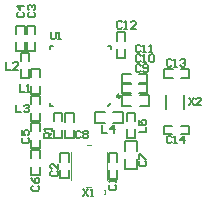
<source format=gto>
%FSLAX24Y24*%
%MOIN*%
G70*
G01*
G75*
G04 Layer_Color=65535*
%ADD10C,0.0080*%
%ADD11R,0.0300X0.0300*%
%ADD12R,0.0200X0.0250*%
%ADD13R,0.0300X0.0300*%
%ADD14R,0.0250X0.0200*%
%ADD15O,0.0118X0.0335*%
%ADD16O,0.0335X0.0118*%
%ADD17R,0.1457X0.1457*%
%ADD18R,0.0433X0.0472*%
%ADD19R,0.0709X0.0394*%
%ADD20C,0.0100*%
%ADD21C,0.0060*%
%ADD22C,0.0300*%
%ADD23C,0.0320*%
%ADD24C,0.0240*%
%ADD25C,0.0098*%
%ADD26C,0.0050*%
%ADD27C,0.0079*%
%ADD28C,0.0043*%
%ADD29C,0.0030*%
D25*
X4522Y3457D02*
G03*
X4522Y3457I-49J0D01*
G01*
D26*
X3703Y2936D02*
X4023Y2936D01*
X3703Y2556D02*
X4023Y2556D01*
X4303Y2556D02*
X4623Y2556D01*
X4303Y2936D02*
X4623Y2936D01*
X3703Y2556D02*
X3703Y2936D01*
X4623Y2556D02*
X4623Y2936D01*
X5023Y2636D02*
X5023Y2916D01*
X4743Y2636D02*
X4743Y2916D01*
X4743Y2076D02*
X4743Y2356D01*
X5023Y2076D02*
X5023Y2356D01*
X4743Y2916D02*
X5023Y2916D01*
X4743Y2076D02*
X5023Y2076D01*
X4693Y1036D02*
X4693Y1356D01*
X5073Y1036D02*
X5073Y1356D01*
X5073Y1636D02*
X5073Y1956D01*
X4693Y1636D02*
X4693Y1956D01*
X4693Y1036D02*
X5073Y1036D01*
X4693Y1956D02*
X5073Y1956D01*
X4591Y3576D02*
X4591Y3856D01*
X5431Y3576D02*
X5431Y3856D01*
X4591Y3576D02*
X4871Y3576D01*
X4591Y3856D02*
X4871Y3856D01*
X5151Y3856D02*
X5431Y3856D01*
X5151Y3576D02*
X5431Y3576D01*
X6821Y2196D02*
X6821Y2476D01*
X5981Y2196D02*
X5981Y2476D01*
X6541Y2476D02*
X6821Y2476D01*
X6541Y2196D02*
X6821Y2196D01*
X5981Y2196D02*
X6261Y2196D01*
X5981Y2476D02*
X6261Y2476D01*
X5991Y4076D02*
X5991Y4356D01*
X6831Y4076D02*
X6831Y4356D01*
X5991Y4076D02*
X6271Y4076D01*
X5991Y4356D02*
X6271Y4356D01*
X6551Y4356D02*
X6831Y4356D01*
X6551Y4076D02*
X6831Y4076D01*
X4415Y5586D02*
X4695Y5586D01*
X4415Y4746D02*
X4695Y4746D01*
X4415Y5306D02*
X4415Y5586D01*
X4695Y5306D02*
X4695Y5586D01*
X4695Y4746D02*
X4695Y5026D01*
X4415Y4746D02*
X4415Y5026D01*
X2311Y2062D02*
X2591Y2062D01*
X2311Y2902D02*
X2591Y2902D01*
X2591Y2062D02*
X2591Y2342D01*
X2311Y2062D02*
X2311Y2342D01*
X2311Y2622D02*
X2311Y2902D01*
X2591Y2622D02*
X2591Y2902D01*
X1565Y2626D02*
X1845Y2626D01*
X1565Y3466D02*
X1845Y3466D01*
X1845Y2626D02*
X1845Y2906D01*
X1565Y2626D02*
X1565Y2906D01*
X1565Y3186D02*
X1565Y3466D01*
X1845Y3186D02*
X1845Y3466D01*
X1215Y4076D02*
X1495Y4076D01*
X1215Y4916D02*
X1495Y4916D01*
X1495Y4076D02*
X1495Y4356D01*
X1215Y4076D02*
X1215Y4356D01*
X1215Y4636D02*
X1215Y4916D01*
X1495Y4636D02*
X1495Y4916D01*
X1565Y3526D02*
X1845Y3526D01*
X1565Y4366D02*
X1845Y4366D01*
X1845Y3526D02*
X1845Y3806D01*
X1565Y3526D02*
X1565Y3806D01*
X1565Y4086D02*
X1565Y4366D01*
X1845Y4086D02*
X1845Y4366D01*
X1565Y826D02*
X1845Y826D01*
X1565Y1666D02*
X1845Y1666D01*
X1845Y826D02*
X1845Y1106D01*
X1565Y826D02*
X1565Y1106D01*
X1565Y1386D02*
X1565Y1666D01*
X1845Y1386D02*
X1845Y1666D01*
X1565Y2566D02*
X1845Y2566D01*
X1565Y1726D02*
X1845Y1726D01*
X1565Y2286D02*
X1565Y2566D01*
X1845Y2286D02*
X1845Y2566D01*
X1845Y1726D02*
X1845Y2006D01*
X1565Y1726D02*
X1565Y2006D01*
X2691Y2056D02*
X2971Y2056D01*
X2691Y2896D02*
X2971Y2896D01*
X2971Y2056D02*
X2971Y2336D01*
X2691Y2056D02*
X2691Y2336D01*
X2691Y2616D02*
X2691Y2896D01*
X2971Y2616D02*
X2971Y2896D01*
X4591Y3916D02*
X4591Y4196D01*
X5431Y3916D02*
X5431Y4196D01*
X4591Y3916D02*
X4871Y3916D01*
X4591Y4196D02*
X4871Y4196D01*
X5151Y4196D02*
X5431Y4196D01*
X5151Y3916D02*
X5431Y3916D01*
X1065Y4976D02*
X1345Y4976D01*
X1065Y5816D02*
X1345Y5816D01*
X1345Y4976D02*
X1345Y5256D01*
X1065Y4976D02*
X1065Y5256D01*
X1065Y5536D02*
X1065Y5816D01*
X1345Y5536D02*
X1345Y5816D01*
X1415Y4976D02*
X1695Y4976D01*
X1415Y5816D02*
X1695Y5816D01*
X1695Y4976D02*
X1695Y5256D01*
X1415Y4976D02*
X1415Y5256D01*
X1415Y5536D02*
X1415Y5816D01*
X1695Y5536D02*
X1695Y5816D01*
X2530Y1563D02*
X2810Y1563D01*
X2530Y723D02*
X2810Y723D01*
X2530Y1283D02*
X2530Y1563D01*
X2810Y1283D02*
X2810Y1563D01*
X2810Y723D02*
X2810Y1003D01*
X2530Y723D02*
X2530Y1003D01*
X4140Y713D02*
X4420Y713D01*
X4140Y1553D02*
X4420Y1553D01*
X4420Y713D02*
X4420Y993D01*
X4140Y713D02*
X4140Y993D01*
X4140Y1273D02*
X4140Y1553D01*
X4420Y1273D02*
X4420Y1553D01*
X5180Y3126D02*
X5500Y3126D01*
X5180Y3506D02*
X5500Y3506D01*
X4580Y3506D02*
X4900Y3506D01*
X4580Y3126D02*
X4900Y3126D01*
X5500Y3126D02*
X5500Y3506D01*
X4580Y3126D02*
X4580Y3506D01*
X3933Y2486D02*
X3933Y2236D01*
X4100Y2236D01*
X4308Y2236D02*
X4308Y2486D01*
X4183Y2361D01*
X4350Y2361D01*
X5153Y2256D02*
X5403Y2256D01*
X5403Y2423D01*
X5153Y2673D02*
X5153Y2506D01*
X5278Y2506D01*
X5236Y2589D01*
X5236Y2631D01*
X5278Y2673D01*
X5361Y2673D01*
X5403Y2631D01*
X5403Y2548D01*
X5361Y2506D01*
X5195Y1297D02*
X5153Y1255D01*
X5153Y1172D01*
X5195Y1130D01*
X5361Y1130D01*
X5403Y1172D01*
X5403Y1255D01*
X5361Y1297D01*
X5153Y1380D02*
X5153Y1547D01*
X5195Y1547D01*
X5361Y1380D01*
X5403Y1380D01*
X6810Y3410D02*
X6977Y3160D01*
X6977Y3410D02*
X6810Y3160D01*
X7227Y3160D02*
X7060Y3160D01*
X7227Y3327D01*
X7227Y3368D01*
X7185Y3410D01*
X7102Y3410D01*
X7060Y3368D01*
X3300Y370D02*
X3467Y120D01*
X3467Y370D02*
X3300Y120D01*
X3550Y120D02*
X3633Y120D01*
X3592Y120D01*
X3592Y370D01*
X3550Y328D01*
X2205Y5616D02*
X2205Y5408D01*
X2247Y5366D01*
X2330Y5366D01*
X2372Y5408D01*
X2372Y5616D01*
X2455Y5366D02*
X2538Y5366D01*
X2497Y5366D01*
X2497Y5616D01*
X2455Y5574D01*
X5205Y4809D02*
X5163Y4851D01*
X5080Y4851D01*
X5038Y4809D01*
X5038Y4643D01*
X5080Y4601D01*
X5163Y4601D01*
X5205Y4643D01*
X5288Y4601D02*
X5372Y4601D01*
X5330Y4601D01*
X5330Y4851D01*
X5288Y4809D01*
X5497Y4809D02*
X5538Y4851D01*
X5622Y4851D01*
X5663Y4809D01*
X5663Y4643D01*
X5622Y4601D01*
X5538Y4601D01*
X5497Y4643D01*
X5497Y4809D01*
X6240Y2099D02*
X6198Y2141D01*
X6115Y2141D01*
X6073Y2099D01*
X6073Y1933D01*
X6115Y1891D01*
X6198Y1891D01*
X6240Y1933D01*
X6323Y1891D02*
X6406Y1891D01*
X6365Y1891D01*
X6365Y2141D01*
X6323Y2099D01*
X6656Y1891D02*
X6656Y2141D01*
X6531Y2016D01*
X6698Y2016D01*
X6244Y4652D02*
X6202Y4694D01*
X6119Y4694D01*
X6077Y4652D01*
X6077Y4485D01*
X6119Y4444D01*
X6202Y4444D01*
X6244Y4485D01*
X6327Y4444D02*
X6411Y4444D01*
X6369Y4444D01*
X6369Y4694D01*
X6327Y4652D01*
X6536Y4652D02*
X6577Y4694D01*
X6661Y4694D01*
X6702Y4652D01*
X6702Y4610D01*
X6661Y4569D01*
X6619Y4569D01*
X6661Y4569D01*
X6702Y4527D01*
X6702Y4485D01*
X6661Y4444D01*
X6577Y4444D01*
X6536Y4485D01*
X4582Y5924D02*
X4540Y5966D01*
X4457Y5966D01*
X4415Y5924D01*
X4415Y5758D01*
X4457Y5716D01*
X4540Y5716D01*
X4582Y5758D01*
X4665Y5716D02*
X4748Y5716D01*
X4707Y5716D01*
X4707Y5966D01*
X4665Y5924D01*
X5040Y5716D02*
X4873Y5716D01*
X5040Y5883D01*
X5040Y5924D01*
X4998Y5966D01*
X4915Y5966D01*
X4873Y5924D01*
X2243Y2066D02*
X1993Y2066D01*
X1993Y2191D01*
X2035Y2233D01*
X2118Y2233D01*
X2160Y2191D01*
X2160Y2066D01*
X2160Y2149D02*
X2243Y2233D01*
X2243Y2316D02*
X2243Y2399D01*
X2243Y2358D01*
X1993Y2358D01*
X2035Y2316D01*
X1065Y3176D02*
X1065Y2926D01*
X1232Y2926D01*
X1315Y3134D02*
X1357Y3176D01*
X1440Y3176D01*
X1482Y3134D01*
X1482Y3093D01*
X1440Y3051D01*
X1398Y3051D01*
X1440Y3051D01*
X1482Y3009D01*
X1482Y2968D01*
X1440Y2926D01*
X1357Y2926D01*
X1315Y2968D01*
X710Y4600D02*
X710Y4350D01*
X877Y4350D01*
X1127Y4350D02*
X960Y4350D01*
X1127Y4517D01*
X1127Y4558D01*
X1085Y4600D01*
X1002Y4600D01*
X960Y4558D01*
X1175Y3856D02*
X1175Y3606D01*
X1342Y3606D01*
X1425Y3606D02*
X1508Y3606D01*
X1467Y3606D01*
X1467Y3856D01*
X1425Y3814D01*
X1604Y477D02*
X1562Y435D01*
X1562Y352D01*
X1604Y310D01*
X1771Y310D01*
X1812Y352D01*
X1812Y435D01*
X1771Y477D01*
X1562Y727D02*
X1604Y643D01*
X1687Y560D01*
X1771Y560D01*
X1812Y602D01*
X1812Y685D01*
X1771Y727D01*
X1729Y727D01*
X1687Y685D01*
X1687Y560D01*
X1287Y2073D02*
X1245Y2031D01*
X1245Y1948D01*
X1287Y1906D01*
X1453Y1906D01*
X1495Y1948D01*
X1495Y2031D01*
X1453Y2073D01*
X1245Y2323D02*
X1245Y2156D01*
X1370Y2156D01*
X1328Y2239D01*
X1328Y2281D01*
X1370Y2323D01*
X1453Y2323D01*
X1495Y2281D01*
X1495Y2198D01*
X1453Y2156D01*
X3210Y2274D02*
X3168Y2316D01*
X3085Y2316D01*
X3043Y2274D01*
X3043Y2108D01*
X3085Y2066D01*
X3168Y2066D01*
X3210Y2108D01*
X3293Y2274D02*
X3335Y2316D01*
X3418Y2316D01*
X3459Y2274D01*
X3459Y2233D01*
X3418Y2191D01*
X3459Y2149D01*
X3459Y2108D01*
X3418Y2066D01*
X3335Y2066D01*
X3293Y2108D01*
X3293Y2149D01*
X3335Y2191D01*
X3293Y2233D01*
X3293Y2274D01*
X3335Y2191D02*
X3418Y2191D01*
X5205Y4482D02*
X5163Y4524D01*
X5080Y4524D01*
X5038Y4482D01*
X5038Y4315D01*
X5080Y4274D01*
X5163Y4274D01*
X5205Y4315D01*
X5288Y4315D02*
X5330Y4274D01*
X5413Y4274D01*
X5455Y4315D01*
X5455Y4482D01*
X5413Y4524D01*
X5330Y4524D01*
X5288Y4482D01*
X5288Y4440D01*
X5330Y4399D01*
X5455Y4399D01*
X5205Y5138D02*
X5163Y5180D01*
X5080Y5180D01*
X5038Y5138D01*
X5038Y4971D01*
X5080Y4930D01*
X5163Y4930D01*
X5205Y4971D01*
X5288Y4930D02*
X5372Y4930D01*
X5330Y4930D01*
X5330Y5180D01*
X5288Y5138D01*
X5497Y4930D02*
X5580Y4930D01*
X5538Y4930D01*
X5538Y5180D01*
X5497Y5138D01*
X1117Y6253D02*
X1075Y6211D01*
X1075Y6128D01*
X1117Y6086D01*
X1283Y6086D01*
X1325Y6128D01*
X1325Y6211D01*
X1283Y6253D01*
X1325Y6461D02*
X1075Y6461D01*
X1200Y6336D01*
X1200Y6503D01*
X1488Y6253D02*
X1446Y6211D01*
X1446Y6128D01*
X1488Y6086D01*
X1654Y6086D01*
X1696Y6128D01*
X1696Y6211D01*
X1654Y6253D01*
X1488Y6336D02*
X1446Y6378D01*
X1446Y6461D01*
X1488Y6503D01*
X1529Y6503D01*
X1571Y6461D01*
X1571Y6419D01*
X1571Y6461D01*
X1613Y6503D01*
X1654Y6503D01*
X1696Y6461D01*
X1696Y6378D01*
X1654Y6336D01*
X2245Y963D02*
X2203Y921D01*
X2203Y838D01*
X2245Y796D01*
X2411Y796D01*
X2453Y838D01*
X2453Y921D01*
X2411Y963D01*
X2453Y1213D02*
X2453Y1046D01*
X2286Y1213D01*
X2245Y1213D01*
X2203Y1171D01*
X2203Y1088D01*
X2245Y1046D01*
X4185Y503D02*
X4143Y461D01*
X4143Y378D01*
X4185Y336D01*
X4351Y336D01*
X4393Y378D01*
X4393Y461D01*
X4351Y503D01*
X4393Y586D02*
X4393Y669D01*
X4393Y628D01*
X4143Y628D01*
X4185Y586D01*
D27*
X4107Y3142D02*
X4209Y3244D01*
X4209Y5048D02*
X4209Y5150D01*
X4107Y5150D02*
X4209Y5150D01*
X2201Y5048D02*
X2201Y5150D01*
X2303Y5150D01*
X2201Y3142D02*
X2201Y3244D01*
X2201Y3142D02*
X2303Y3142D01*
X6657Y3044D02*
X6657Y3516D01*
X6066Y3044D02*
X6066Y3516D01*
D28*
X2881Y660D02*
X2881Y1610D01*
X3415Y1840D02*
X3561Y1840D01*
X4071Y660D02*
X4071Y1610D01*
X3401Y430D02*
X3538Y430D01*
D29*
X3983Y196D02*
X4033Y196D01*
X4008Y196D01*
X4008Y346D01*
X3983Y321D01*
M02*

</source>
